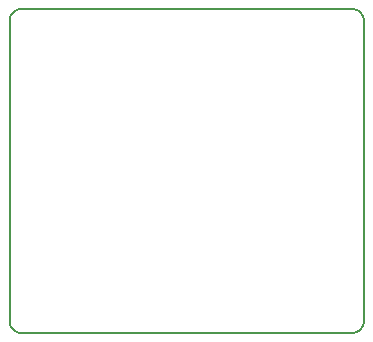
<source format=gko>
G04 Layer_Color=16711935*
%FSLAX25Y25*%
%MOIN*%
G70*
G01*
G75*
%ADD30C,0.00500*%
D30*
X114173Y-3150D02*
G03*
X110236Y787I-3937J0D01*
G01*
X0D02*
G03*
X-3937Y-3150I0J-3937D01*
G01*
Y-103347D02*
G03*
X0Y-107283I3937J0D01*
G01*
X110236D02*
G03*
X114173Y-103347I0J3937D01*
G01*
X0Y787D02*
X110236D01*
X114173Y-103347D02*
Y-3150D01*
X-3937Y-103347D02*
Y-3150D01*
X0Y-107283D02*
X110236D01*
M02*

</source>
